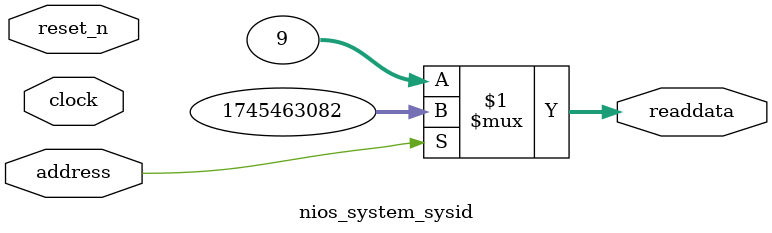
<source format=v>



// synthesis translate_off
`timescale 1ns / 1ps
// synthesis translate_on

// turn off superfluous verilog processor warnings 
// altera message_level Level1 
// altera message_off 10034 10035 10036 10037 10230 10240 10030 

module nios_system_sysid (
               // inputs:
                address,
                clock,
                reset_n,

               // outputs:
                readdata
             )
;

  output  [ 31: 0] readdata;
  input            address;
  input            clock;
  input            reset_n;

  wire    [ 31: 0] readdata;
  //control_slave, which is an e_avalon_slave
  assign readdata = address ? 1745463082 : 9;

endmodule



</source>
